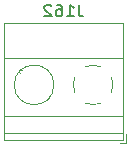
<source format=gbo>
G04 #@! TF.GenerationSoftware,KiCad,Pcbnew,7.0.7*
G04 #@! TF.CreationDate,2023-10-09T21:12:52+02:00*
G04 #@! TF.ProjectId,Kaboom_box_bottom,4b61626f-6f6d-45f6-926f-785f626f7474,rev?*
G04 #@! TF.SameCoordinates,Original*
G04 #@! TF.FileFunction,Legend,Bot*
G04 #@! TF.FilePolarity,Positive*
%FSLAX46Y46*%
G04 Gerber Fmt 4.6, Leading zero omitted, Abs format (unit mm)*
G04 Created by KiCad (PCBNEW 7.0.7) date 2023-10-09 21:12:52*
%MOMM*%
%LPD*%
G01*
G04 APERTURE LIST*
%ADD10C,0.150000*%
%ADD11C,0.120000*%
G04 APERTURE END LIST*
D10*
X163735714Y-140899819D02*
X163735714Y-141614104D01*
X163735714Y-141614104D02*
X163783333Y-141756961D01*
X163783333Y-141756961D02*
X163878571Y-141852200D01*
X163878571Y-141852200D02*
X164021428Y-141899819D01*
X164021428Y-141899819D02*
X164116666Y-141899819D01*
X162735714Y-141899819D02*
X163307142Y-141899819D01*
X163021428Y-141899819D02*
X163021428Y-140899819D01*
X163021428Y-140899819D02*
X163116666Y-141042676D01*
X163116666Y-141042676D02*
X163211904Y-141137914D01*
X163211904Y-141137914D02*
X163307142Y-141185533D01*
X161878571Y-140899819D02*
X162069047Y-140899819D01*
X162069047Y-140899819D02*
X162164285Y-140947438D01*
X162164285Y-140947438D02*
X162211904Y-140995057D01*
X162211904Y-140995057D02*
X162307142Y-141137914D01*
X162307142Y-141137914D02*
X162354761Y-141328390D01*
X162354761Y-141328390D02*
X162354761Y-141709342D01*
X162354761Y-141709342D02*
X162307142Y-141804580D01*
X162307142Y-141804580D02*
X162259523Y-141852200D01*
X162259523Y-141852200D02*
X162164285Y-141899819D01*
X162164285Y-141899819D02*
X161973809Y-141899819D01*
X161973809Y-141899819D02*
X161878571Y-141852200D01*
X161878571Y-141852200D02*
X161830952Y-141804580D01*
X161830952Y-141804580D02*
X161783333Y-141709342D01*
X161783333Y-141709342D02*
X161783333Y-141471247D01*
X161783333Y-141471247D02*
X161830952Y-141376009D01*
X161830952Y-141376009D02*
X161878571Y-141328390D01*
X161878571Y-141328390D02*
X161973809Y-141280771D01*
X161973809Y-141280771D02*
X162164285Y-141280771D01*
X162164285Y-141280771D02*
X162259523Y-141328390D01*
X162259523Y-141328390D02*
X162307142Y-141376009D01*
X162307142Y-141376009D02*
X162354761Y-141471247D01*
X161402380Y-140995057D02*
X161354761Y-140947438D01*
X161354761Y-140947438D02*
X161259523Y-140899819D01*
X161259523Y-140899819D02*
X161021428Y-140899819D01*
X161021428Y-140899819D02*
X160926190Y-140947438D01*
X160926190Y-140947438D02*
X160878571Y-140995057D01*
X160878571Y-140995057D02*
X160830952Y-141090295D01*
X160830952Y-141090295D02*
X160830952Y-141185533D01*
X160830952Y-141185533D02*
X160878571Y-141328390D01*
X160878571Y-141328390D02*
X161449999Y-141899819D01*
X161449999Y-141899819D02*
X160830952Y-141899819D01*
D11*
G04 #@! TO.C,J162*
X167750000Y-152605000D02*
X167250000Y-152605000D01*
X167750000Y-151865000D02*
X167750000Y-152605000D01*
X167510000Y-152365000D02*
X157390000Y-152365000D01*
X167510000Y-151805000D02*
X157390000Y-151805000D01*
X167510000Y-150305000D02*
X157390000Y-150305000D01*
X167510000Y-145404000D02*
X157390000Y-145404000D01*
X167510000Y-142444000D02*
X167510000Y-152365000D01*
X167510000Y-142444000D02*
X157390000Y-142444000D01*
X161177000Y-148728000D02*
X161224000Y-148774000D01*
X160984000Y-148944000D02*
X161019000Y-148979000D01*
X158880000Y-146430000D02*
X158915000Y-146466000D01*
X158675000Y-146636000D02*
X158722000Y-146682000D01*
X157390000Y-142444000D02*
X157390000Y-152365000D01*
X166485427Y-148388042D02*
G75*
G03*
X166485000Y-147021000I-1535420J683041D01*
G01*
X164921195Y-149385252D02*
G75*
G03*
X165634000Y-149239999I28806J1680253D01*
G01*
X164266682Y-149239756D02*
G75*
G03*
X164950000Y-149385000I683318J1534756D01*
G01*
X165633042Y-146169573D02*
G75*
G03*
X164266000Y-146170000I-683041J-1535420D01*
G01*
X163414573Y-147021958D02*
G75*
G03*
X163415000Y-148389000I1535431J-683041D01*
G01*
X161630000Y-147705000D02*
G75*
G03*
X161630000Y-147705000I-1680000J0D01*
G01*
G04 #@! TD*
M02*

</source>
